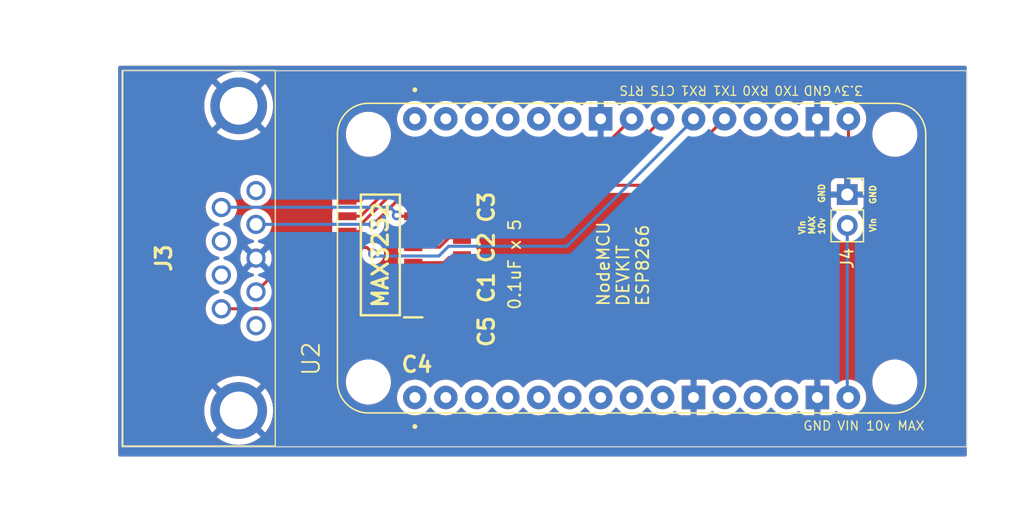
<source format=kicad_pcb>
(kicad_pcb (version 20221018) (generator pcbnew)
  (layers (0 "F.Cu" signal) (31 "B.Cu" signal) (34 "B.Paste" user) (35 "F.Paste" user) (36 "B.SilkS" user "B.Silkscreen") (37 "F.SilkS" user "F.Silkscreen") (38 "B.Mask" user) (39 "F.Mask" user) (44 "Edge.Cuts" user))
  (net 0 "")
  (net 1 "Net-(IC2-C1+)")
  (net 2 "Net-(IC2-C1-)")
  (net 3 "Net-(IC2-C2-)")
  (net 4 "Net-(IC2-V-)")
  (net 5 "GND2")
  (net 6 "+3.3V")
  (net 7 "Net-(IC2-V+)")
  (net 8 "Net-(IC2-T2OUT)")
  (net 9 "Net-(IC2-R2IN)")
  (net 10 "Net-(IC2-T1IN)")
  (net 11 "Net-(IC2-R1OUT)")
  (net 12 "Net-(IC2-R1IN)")
  (net 13 "Net-(IC2-T1OUT)")
  (net 18 "Net-(J4-Pin_1)")
  (net 39 "Net-(IC2-C2+)")
  (net 40 "Net-(IC2-R2OUT)")
  (net 41 "Net-(IC2-T2IN)")
  (footprint "NodeMCU:NodeMCU_ESP8266_SEEED_113990105" (layer "F.Cu") (at 108.8 78.805 90)
    (fp_text reference "U2" (at -8.255 -26.289 90) (layer "F.SilkS") (effects (font (size 1.4 1.4))))
    (fp_text value "NodeMCU_1.0_(ESP-12E)")
    (fp_line (start -12.7 21.59) (end -12.7 -21.59) (stroke (width 0.127)) (layer "F.SilkS"))
    (fp_line (start -10.16 -24.13) (end 10.16 -24.13) (stroke (width 0.127)) (layer "F.SilkS"))
    (fp_line (start 10.16 24.13) (end -10.16 24.13) (stroke (width 0.127)) (layer "F.SilkS"))
    (fp_line (start 12.7 -21.59) (end 12.7 21.59) (stroke (width 0.127)) (layer "F.SilkS"))
    (fp_arc (start -12.7 -21.59) (mid -11.956051 -23.386051) (end -10.16 -24.13) (stroke (width 0.127)) (layer "F.SilkS"))
    (fp_arc (start -10.16 24.13) (mid -11.956051 23.386051) (end -12.7 21.59) (stroke (width 0.127)) (layer "F.SilkS"))
    (fp_arc (start 10.16 -24.13) (mid 11.956051 -23.386051) (end 12.7 -21.59) (stroke (width 0.127)) (layer "F.SilkS"))
    (fp_arc (start 12.7 21.59) (mid 11.956051 23.386051) (end 10.16 24.13) (stroke (width 0.127)) (layer "F.SilkS"))
    (fp_circle (center -13.81 -17.78) (end -13.71 -17.78) (stroke (width 0.2)) (fill none) (layer "F.SilkS"))
    (fp_circle (center 13.81 -17.78) (end 13.91 -17.78) (stroke (width 0.2)) (fill none) (layer "F.SilkS"))
    (pad "" np_thru_hole circle (at -10.16 -21.59 90) (size 3.2 3.2) (drill 3.2) (layers "*.Cu" "*.Mask"))
    (pad "" np_thru_hole circle (at -10.16 21.59 90) (size 3.2 3.2) (drill 3.2) (layers "*.Cu" "*.Mask"))
    (pad "" np_thru_hole circle (at 10.16 -21.59 90) (size 3.2 3.2) (drill 3.2) (layers "*.Cu" "*.Mask"))
    (pad "" np_thru_hole circle (at 10.16 21.59 90) (size 3.2 3.2) (drill 3.2) (layers "*.Cu" "*.Mask"))
    (pad "1" thru_hole circle (at -11.43 -17.78 90) (size 1.93 1.93) (drill 0.889) (layers "*.Cu" "*.Mask"))
    (pad "2" thru_hole circle (at -11.43 -15.24 90) (size 1.93 1.93) (drill 0.889) (layers "*.Cu" "*.Mask"))
    (pad "3" thru_hole circle (at -11.43 -12.7 90) (size 1.93 1.93) (drill 0.889) (layers "*.Cu" "*.Mask"))
    (pad "4" thru_hole circle (at -11.43 -10.16 90) (size 1.93 1.93) (drill 0.889) (layers "*.Cu" "*.Mask"))
    (pad "5" thru_hole circle (at -11.43 -7.62 90) (size 1.93 1.93) (drill 0.889) (layers "*.Cu" "*.Mask"))
    (pad "6" thru_hole circle (at -11.43 -5.08 90) (size 1.93 1.93) (drill 0.889) (layers "*.Cu" "*.Mask"))
    (pad "7" thru_hole circle (at -11.43 -2.54 90) (size 1.93 1.93) (drill 0.889) (layers "*.Cu" "*.Mask"))
    (pad "8" thru_hole circle (at -11.43 0 90) (size 1.93 1.93) (drill 0.889) (layers "*.Cu" "*.Mask"))
    (pad "9" thru_hole circle (at -11.43 2.54 90) (size 1.93 1.93) (drill 0.889) (layers "*.Cu" "*.Mask"))
    (pad "10" thru_hole rect (at -11.43 5.08 90) (size 1.93 1.93) (drill 0.889) (layers "*.Cu" "*.Mask") (net 5 "GND2"))
    (pad "11" thru_hole circle (at -11.43 7.62 90) (size 1.93 1.93) (drill 0.889) (layers "*.Cu" "*.Mask"))
    (pad "12" thru_hole circle (at -11.43 10.16 90) (size 1.93 1.93) (drill 0.889) (layers "*.Cu" "*.Mask"))
    (pad "13" thru_hole circle (at -11.43 12.7 90) (size 1.93 1.93) (drill 0.889) (layers "*.Cu" "*.Mask"))
    (pad "14" thru_hole rect (at -11.43 15.24 90) (size 1.93 1.93) (drill 0.889) (layers "*.Cu" "*.Mask") (net 5 "GND2"))
    (pad "15" thru_hole circle (at -11.43 17.78 90) (size 1.93 1.93) (drill 0.889) (layers "*.Cu" "*.Mask") (net 18 "Net-(J4-Pin_1)"))
    (pad "16" thru_hole circle (at 11.43 17.78 90) (size 1.93 1.93) (drill 0.889) (layers "*.Cu" "*.Mask") (net 6 "+3.3V"))
    (pad "17" thru_hole rect (at 11.43 15.24 90) (size 1.93 1.93) (drill 0.889) (layers "*.Cu" "*.Mask") (net 5 "GND2"))
    (pad "18" thru_hole circle (at 11.43 12.7 90) (size 1.93 1.93) (drill 0.889) (layers "*.Cu" "*.Mask"))
    (pad "19" thru_hole circle (at 11.43 10.16 90) (size 1.93 1.93) (drill 0.889) (layers "*.Cu" "*.Mask"))
    (pad "20" thru_hole circle (at 11.43 7.62 90) (size 1.93 1.93) (drill 0.889) (layers "*.Cu" "*.Mask") (net 10 "Net-(IC2-T1IN)"))
    (pad "21" thru_hole circle (at 11.43 5.08 90) (size 1.93 1.93) (drill 0.889) (layers "*.Cu" "*.Mask") (net 11 "Net-(IC2-R1OUT)"))
    (pad "22" thru_hole circle (at 11.43 2.54 90) (size 1.93 1.93) (drill 0.889) (layers "*.Cu" "*.Mask") (net 41 "Net-(IC2-T2IN)"))
    (pad "23" thru_hole circle (at 11.43 0 90) (size 1.93 1.93) (drill 0.889) (layers "*.Cu" "*.Mask") (net 40 "Net-(IC2-R2OUT)"))
    (pad "24" thru_hole rect (at 11.43 -2.54 90) (size 1.93 1.93) (drill 0.889) (layers "*.Cu" "*.Mask") (net 5 "GND2"))
    (pad "25" thru_hole circle (at 11.43 -5.08 90) (size 1.93 1.93) (drill 0.889) (layers "*.Cu" "*.Mask"))
    (pad "26" thru_hole circle (at 11.43 -7.62 90) (size 1.93 1.93) (drill 0.889) (layers "*.Cu" "*.Mask"))
    (pad "27" thru_hole circle (at 11.43 -10.16 90) (size 1.93 1.93) (drill 0.889) (layers "*.Cu" "*.Mask"))
    (pad "28" thru_hole circle (at 11.43 -12.7 90) (size 1.93 1.93) (drill 0.889) (layers "*.Cu" "*.Mask"))
    (pad "29" thru_hole circle (at 11.43 -15.24 90) (size 1.93 1.93) (drill 0.889) (layers "*.Cu" "*.Mask"))
    (pad "30" thru_hole circle (at 11.43 -17.78 90) (size 1.93 1.93) (drill 0.889) (layers "*.Cu" "*.Mask"))
  )
  (footprint "SamacSys_Parts:CAPC2012X94N" (layer "F.Cu") (at 91.18 85.53 180)
    (fp_text reference "C4" (at -0.01 -2) (layer "F.SilkS") (effects (font (size 1.27 1.27) (thickness 0.254))))
    (fp_text value "C" hide)
    (pad "1" smd rect (at -0.81 0 180) (size 1.02 1.47) (layers "F.Cu" "F.Paste" "F.Mask") (net 6 "+3.3V"))
    (pad "2" smd rect (at 0.81 0 180) (size 1.02 1.47) (layers "F.Cu" "F.Paste" "F.Mask") (net 7 "Net-(IC2-V+)"))
  )
  (footprint "SamacSys_Parts:CAPC2012X94N" (layer "F.Cu") (at 94.95 81.29 90)
    (fp_text reference "C1" (at 0.06 1.94 90) (layer "F.SilkS") (effects (font (size 1.27 1.27) (thickness 0.254))))
    (fp_text value "C" hide)
    (pad "1" smd rect (at -0.81 0 90) (size 1.02 1.47) (layers "F.Cu" "F.Paste" "F.Mask") (net 1 "Net-(IC2-C1+)"))
    (pad "2" smd rect (at 0.81 0 90) (size 1.02 1.47) (layers "F.Cu" "F.Paste" "F.Mask") (net 2 "Net-(IC2-C1-)"))
  )
  (footprint "SamacSys_Parts:CAPC2012X94N" (layer "F.Cu") (at 94.89 84.74 -90)
    (fp_text reference "C5" (at 0.09 -2 90) (layer "F.SilkS") (effects (font (size 1.27 1.27) (thickness 0.254))))
    (fp_text value "C" hide)
    (pad "1" smd rect (at -0.81 0 270) (size 1.02 1.47) (layers "F.Cu" "F.Paste" "F.Mask") (net 5 "GND2"))
    (pad "2" smd rect (at 0.81 0 270) (size 1.02 1.47) (layers "F.Cu" "F.Paste" "F.Mask") (net 6 "+3.3V"))
  )
  (footprint "Connector_PinSocket_2.54mm:PinSocket_1x02_P2.54mm_Vertical" (layer "F.Cu") (at 126.49 73.59)
    (fp_text reference "J4" (at 0 5.24 90) (layer "F.SilkS"))
    (fp_text value "Conn_01x02_Pin")
    (fp_line (start -1.33 1.27) (end -1.33 3.87) (stroke (width 0.12)) (layer "F.SilkS"))
    (fp_line (start -1.33 1.27) (end 1.33 1.27) (stroke (width 0.12)) (layer "F.SilkS"))
    (fp_line (start -1.33 3.87) (end 1.33 3.87) (stroke (width 0.12)) (layer "F.SilkS"))
    (fp_line (start 0 -1.33) (end 1.33 -1.33) (stroke (width 0.12)) (layer "F.SilkS"))
    (fp_line (start 1.33 -1.33) (end 1.33 0) (stroke (width 0.12)) (layer "F.SilkS"))
    (fp_line (start 1.33 1.27) (end 1.33 3.87) (stroke (width 0.12)) (layer "F.SilkS"))
    (pad "1" thru_hole oval (at 0 2.54) (size 1.7 1.7) (drill 1) (layers "*.Cu" "*.Mask") (net 18 "Net-(J4-Pin_1)"))
    (pad "2" thru_hole rect (at 0 0) (size 1.7 1.7) (drill 1) (layers "*.Cu" "*.Mask") (net 5 "GND2"))
  )
  (footprint "SamacSys_Parts:CAPC2012X94N" (layer "F.Cu") (at 94.89 77.94 90)
    (fp_text reference "C2" (at 0 2 90) (layer "F.SilkS") (effects (font (size 1.27 1.27) (thickness 0.254))))
    (fp_text value "C" hide)
    (pad "1" smd rect (at -0.81 0 90) (size 1.02 1.47) (layers "F.Cu" "F.Paste" "F.Mask") (net 39 "Net-(IC2-C2+)"))
    (pad "2" smd rect (at 0.81 0 90) (size 1.02 1.47) (layers "F.Cu" "F.Paste" "F.Mask") (net 3 "Net-(IC2-C2-)"))
  )
  (footprint "SamacSys_Parts:CAPC2012X94N" (layer "F.Cu") (at 94.99 74.54 90)
    (fp_text reference "C3" (at -0.09 1.9 90) (layer "F.SilkS") (effects (font (size 1.27 1.27) (thickness 0.254))))
    (fp_text value "C" hide)
    (pad "1" smd rect (at -0.81 0 90) (size 1.02 1.47) (layers "F.Cu" "F.Paste" "F.Mask") (net 4 "Net-(IC2-V-)"))
    (pad "2" smd rect (at 0.81 0 90) (size 1.02 1.47) (layers "F.Cu" "F.Paste" "F.Mask") (net 5 "GND2"))
  )
  (footprint "SamacSys_Parts:L77SDE09SA4CH4F" (layer "F.Cu") (at 77.99 84.345 -90)
    (fp_text reference "J3" (at -5.54 7.57 90) (layer "F.SilkS") (effects (font (size 1.27 1.27) (thickness 0.254))))
    (fp_text value "DE9_Receptacle_MountingHoles" hide)
    (fp_line (start -20.945 -1.58) (end 9.865 -1.58) (stroke (width 0.1)) (layer "F.SilkS"))
    (fp_line (start -20.945 10.92) (end -20.945 -1.58) (stroke (width 0.1)) (layer "F.SilkS"))
    (fp_line (start 9.865 -1.58) (end 9.865 10.92) (stroke (width 0.1)) (layer "F.SilkS"))
    (fp_line (start 9.865 10.92) (end -20.945 10.92) (stroke (width 0.1)) (layer "F.SilkS"))
    (pad "1" thru_hole circle (at 0 0 270) (size 1.575 1.575) (drill 1.05) (layers "*.Cu" "*.Mask"))
    (pad "2" thru_hole circle (at -1.385 2.84 270) (size 1.575 1.575) (drill 1.05) (layers "*.Cu" "*.Mask") (net 13 "Net-(IC2-T1OUT)"))
    (pad "3" thru_hole circle (at -2.77 0 270) (size 1.575 1.575) (drill 1.05) (layers "*.Cu" "*.Mask") (net 12 "Net-(IC2-R1IN)"))
    (pad "4" thru_hole circle (at -4.155 2.84 270) (size 1.575 1.575) (drill 1.05) (layers "*.Cu" "*.Mask"))
    (pad "5" thru_hole circle (at -5.54 0 270) (size 1.575 1.575) (drill 1.05) (layers "*.Cu" "*.Mask") (net 5 "GND2"))
    (pad "6" thru_hole circle (at -6.925 2.84 270) (size 1.575 1.575) (drill 1.05) (layers "*.Cu" "*.Mask"))
    (pad "7" thru_hole circle (at -8.31 0 270) (size 1.575 1.575) (drill 1.05) (layers "*.Cu" "*.Mask") (net 9 "Net-(IC2-R2IN)"))
    (pad "8" thru_hole circle (at -9.695 2.84 270) (size 1.575 1.575) (drill 1.05) (layers "*.Cu" "*.Mask") (net 8 "Net-(IC2-T2OUT)"))
    (pad "9" thru_hole circle (at -11.08 0 270) (size 1.575 1.575) (drill 1.05) (layers "*.Cu" "*.Mask"))
    (pad "MH1" thru_hole circle (at 6.955 1.42 270) (size 4.65 4.65) (drill 3.1) (layers "*.Cu" "*.Mask") (net 5 "GND2"))
    (pad "MH2" thru_hole circle (at -18.035 1.42 270) (size 4.65 4.65) (drill 3.1) (layers "*.Cu" "*.Mask") (net 5 "GND2"))
  )
  (footprint "SP3232EEN:SOIC127P600X175-16N" (layer "F.Cu") (at 88.19 78.5409 180)
    (fp_text reference "MAX3232" (at 0 0 90) (layer "F.SilkS") (effects (font (size 1.27 1.27) (thickness 0.254))))
    (fp_text value "SP3232EEN-L_TR" hide)
    (fp_line (start -3.45 -5.12) (end -1.95 -5.12) (stroke (width 0.2)) (layer "F.SilkS"))
    (fp_line (start -1.6 -4.95) (end 1.6 -4.95) (stroke (width 0.2)) (layer "F.SilkS"))
    (fp_line (start -1.6 4.95) (end -1.6 -4.95) (stroke (width 0.2)) (layer "F.SilkS"))
    (fp_line (start 1.6 -4.95) (end 1.6 4.95) (stroke (width 0.2)) (layer "F.SilkS"))
    (fp_line (start 1.6 4.95) (end -1.6 4.95) (stroke (width 0.2)) (layer "F.SilkS"))
    (pad "1" smd rect (at -2.7 -4.445 270) (size 0.65 1.5) (layers "F.Cu" "F.Paste" "F.Mask") (net 1 "Net-(IC2-C1+)"))
    (pad "2" smd rect (at -2.7 -3.175 270) (size 0.65 1.5) (layers "F.Cu" "F.Paste" "F.Mask") (net 7 "Net-(IC2-V+)"))
    (pad "3" smd rect (at -2.7 -1.905 270) (size 0.65 1.5) (layers "F.Cu" "F.Paste" "F.Mask") (net 2 "Net-(IC2-C1-)"))
    (pad "4" smd rect (at -2.7 -0.635 270) (size 0.65 1.5) (layers "F.Cu" "F.Paste" "F.Mask") (net 39 "Net-(IC2-C2+)"))
    (pad "5" smd rect (at -2.7 0.635 270) (size 0.65 1.5) (layers "F.Cu" "F.Paste" "F.Mask") (net 3 "Net-(IC2-C2-)"))
    (pad "6" smd rect (at -2.7 1.905 270) (size 0.65 1.5) (layers "F.Cu" "F.Paste" "F.Mask") (net 4 "Net-(IC2-V-)"))
    (pad "7" smd rect (at -2.7 3.175 270) (size 0.65 1.5) (layers "F.Cu" "F.Paste" "F.Mask") (net 8 "Net-(IC2-T2OUT)"))
    (pad "8" smd rect (at -2.7 4.445 270) (size 0.65 1.5) (layers "F.Cu" "F.Paste" "F.Mask") (net 9 "Net-(IC2-R2IN)"))
    (pad "9" smd rect (at 2.7 4.445 270) (size 0.65 1.5) (layers "F.Cu" "F.Paste" "F.Mask") (net 40 "Net-(IC2-R2OUT)"))
    (pad "10" smd rect (at 2.7 3.175 270) (size 0.65 1.5) (layers "F.Cu" "F.Paste" "F.Mask") (net 41 "Net-(IC2-T2IN)"))
    (pad "11" smd rect (at 2.7 1.905 270) (size 0.65 1.5) (layers "F.Cu" "F.Paste" "F.Mask") (net 10 "Net-(IC2-T1IN)"))
    (pad "12" smd rect (at 2.7 0.635 270) (size 0.65 1.5) (layers "F.Cu" "F.Paste" "F.Mask") (net 11 "Net-(IC2-R1OUT)"))
    (pad "13" smd rect (at 2.7 -0.635 270) (size 0.65 1.5) (layers "F.Cu" "F.Paste" "F.Mask") (net 12 "Net-(IC2-R1IN)"))
    (pad "14" smd rect (at 2.7 -1.905 270) (size 0.65 1.5) (layers "F.Cu" "F.Paste" "F.Mask") (net 13 "Net-(IC2-T1OUT)"))
    (pad "15" smd rect (at 2.7 -3.175 270) (size 0.65 1.5) (layers "F.Cu" "F.Paste" "F.Mask") (net 5 "GND2"))
    (pad "16" smd rect (at 2.7 -4.445 270) (size 0.65 1.5) (layers "F.Cu" "F.Paste" "F.Mask") (net 6 "+3.3V"))
  )
  (gr_rect (start 66.99 94.28) (end 136.29 63.43) (stroke (width 0.1)) (fill none) (layer "Edge.Cuts"))
  (gr_text "GND" (at 122.822143 93) (layer "F.SilkS") (effects (font (size 0.75 0.75) (thickness 0.1) bold) (justify left bottom)))
  (gr_text "RTS" (at 109.892857 64.6 180) (layer "F.SilkS") (effects (font (size 0.75 0.75) (thickness 0.1) bold) (justify left bottom)))
  (gr_text "TX1" (at 117.495 64.6 180) (layer "F.SilkS") (effects (font (size 0.75 0.75) (thickness 0.1) bold) (justify left bottom)))
  (gr_text "RX0" (at 120.124286 64.6 180) (layer "F.SilkS") (effects (font (size 0.75 0.75) (thickness 0.1) bold) (justify left bottom)))
  (gr_text "GND" (at 128.89 74.43 90) (layer "F.SilkS") (effects (font (size 0.5 0.5) (thickness 0.125) bold) (justify left bottom)))
  (gr_text "VIN 10v MAX" (at 125.612143 93) (layer "F.SilkS") (effects (font (size 0.75 0.75) (thickness 0.1) bold) (justify left bottom)))
  (gr_text "0.1uF x 5" (at 99.79 83.13 90) (layer "F.SilkS") (effects (font (size 1 1)) (justify left bottom)))
  (gr_text "NodeMCU\nDEVKIT\nESP8266" (at 110.29 82.83 90) (layer "F.SilkS") (effects (font (size 1 1)) (justify left bottom)))
  (gr_text "3.3v" (at 127.833572 64.6 180) (layer "F.SilkS") (effects (font (size 0.75 0.75) (thickness 0.1) bold) (justify left bottom)))
  (gr_text "TX0" (at 122.575 64.6 180) (layer "F.SilkS") (effects (font (size 0.75 0.75) (thickness 0.1) bold) (justify left bottom)))
  (gr_text "Vin" (at 128.89 76.73 90) (layer "F.SilkS") (effects (font (size 0.5 0.5) (thickness 0.125) bold) (justify left bottom)))
  (gr_text "RX1" (at 115.044286 64.6 180) (layer "F.SilkS") (effects (font (size 0.75 0.75) (thickness 0.1) bold) (justify left bottom)))
  (gr_text "CTS" (at 112.432857 64.6 180) (layer "F.SilkS") (effects (font (size 0.75 0.75) (thickness 0.1) bold) (justify left bottom)))
  (gr_text "GND" (at 125.257857 64.6 180) (layer "F.SilkS") (effects (font (size 0.75 0.75) (thickness 0.1) bold) (justify left bottom)))
  (gr_text "Vin\nMAX\n10v" (at 124.69 76.93 90) (layer "F.SilkS") (effects (font (size 0.5 0.5) (thickness 0.125) bold) (justify left bottom)))
  (gr_text "GND" (at 124.69 74.33 90) (layer "F.SilkS") (effects (font (size 0.5 0.5) (thickness 0.125) bold) (justify left bottom)))
  (segment (start 94.95 82.1) (end 93.42 82.1) (width 0.25) (layer "F.Cu") (net 1))
  (segment (start 93.42 82.1) (end 92.5341 82.9859) (width 0.25) (layer "F.Cu") (net 1))
  (segment (start 92.5341 82.9859) (end 90.89 82.9859) (width 0.25) (layer "F.Cu") (net 1))
  (segment (start 94.95 80.48) (end 93.8881 80.48) (width 0.25) (layer "F.Cu") (net 2))
  (segment (start 93.854 80.4459) (end 93.8881 80.48) (width 0.25) (layer "F.Cu") (net 2))
  (segment (start 90.89 80.4459) (end 93.854 80.4459) (width 0.25) (layer "F.Cu") (net 2))
  (segment (start 94.89 77.13) (end 93.8281 77.13) (width 0.25) (layer "F.Cu") (net 3))
  (segment (start 90.89 77.9059) (end 93.0522 77.9059) (width 0.25) (layer "F.Cu") (net 3))
  (segment (start 93.0522 77.9059) (end 93.8281 77.13) (width 0.25) (layer "F.Cu") (net 3))
  (segment (start 93.2528 75.35) (end 94.99 75.35) (width 0.25) (layer "F.Cu") (net 4))
  (segment (start 91.9669 76.6359) (end 93.2528 75.35) (width 0.25) (layer "F.Cu") (net 4))
  (segment (start 90.89 76.6359) (end 91.9669 76.6359) (width 0.25) (layer "F.Cu") (net 4))
  (segment (start 87.89 84.8794) (end 87.89 82.9859) (width 0.25) (layer "F.Cu") (net 6))
  (segment (start 91.99 85.55) (end 91.99 86.6919) (width 0.25) (layer "F.Cu") (net 6))
  (segment (start 87.89 82.9859) (end 85.49 82.9859) (width 0.25) (layer "F.Cu") (net 6))
  (segment (start 94.89 85.55) (end 91.99 85.55) (width 0.25) (layer "F.Cu") (net 6))
  (segment (start 126.59 70.33) (end 126.59 67.385) (width 0.25) (layer "F.Cu") (net 6))
  (segment (start 108.405 85.55) (end 94.89 85.55) (width 0.25) (layer "F.Cu") (net 6))
  (segment (start 91.99 86.6919) (end 89.7025 86.6919) (width 0.25) (layer "F.Cu") (net 6))
  (segment (start 123.625 70.33) (end 108.405 85.55) (width 0.25) (layer "F.Cu") (net 6))
  (segment (start 89.7025 86.6919) (end 87.89 84.8794) (width 0.25) (layer "F.Cu") (net 6))
  (segment (start 126.59 67.385) (end 126.58 67.375) (width 0.25) (layer "F.Cu") (net 6))
  (segment (start 126.59 70.33) (end 123.625 70.33) (width 0.25) (layer "F.Cu") (net 6))
  (segment (start 89.8131 84.0112) (end 89.8131 81.7159) (width 0.25) (layer "F.Cu") (net 7))
  (segment (start 90.37 85.63) (end 90.37 84.5681) (width 0.25) (layer "F.Cu") (net 7))
  (segment (start 90.89 81.7159) (end 89.8131 81.7159) (width 0.25) (layer "F.Cu") (net 7))
  (segment (start 90.37 84.5681) (end 89.8131 84.0112) (width 0.25) (layer "F.Cu") (net 7))
  (segment (start 89.7429 75.2957) (end 89.5343 75.2957) (width 0.25) (layer "F.Cu") (net 8))
  (segment (start 89.8131 75.3659) (end 89.7429 75.2957) (width 0.25) (layer "F.Cu") (net 8))
  (segment (start 90.89 75.3659) (end 89.8131 75.3659) (width 0.25) (layer "F.Cu") (net 8))
  (via (at 89.5343 75.2957) (size 0.8) (drill 0.4) (layers "F.Cu" "B.Cu") (net 8))
  (segment (start 88.9806 74.63) (end 75.17 74.63) (width 0.25) (layer "B.Cu") (net 8))
  (segment (start 75.17 74.63) (end 75.15 74.65) (width 0.25) (layer "B.Cu") (net 8))
  (segment (start 89.5343 75.2957) (end 89.5343 75.1837) (width 0.25) (layer "B.Cu") (net 8))
  (segment (start 89.5343 75.1837) (end 88.9806 74.63) (width 0.25) (layer "B.Cu") (net 8))
  (segment (start 87.621 76.035) (end 89.5601 74.0959) (width 0.25) (layer "F.Cu") (net 9))
  (segment (start 89.5601 74.0959) (end 90.89 74.0959) (width 0.25) (layer "F.Cu") (net 9))
  (via (at 87.621 76.035) (size 0.8) (drill 0.4) (layers "F.Cu" "B.Cu") (net 9))
  (segment (start 87.621 76.035) (end 77.99 76.035) (width 0.25) (layer "B.Cu") (net 9))
  (segment (start 86.5669 76.0611) (end 86.5669 76.6359) (width 0.25) (layer "F.Cu") (net 10))
  (segment (start 85.49 76.6359) (end 86.5669 76.6359) (width 0.25) (layer "F.Cu") (net 10))
  (segment (start 116.42 67.375) (end 110.9671 72.8279) (width 0.25) (layer "F.Cu") (net 10))
  (segment (start 89.8001 72.8279) (end 86.5669 76.0611) (width 0.25) (layer "F.Cu") (net 10))
  (segment (start 110.9671 72.8279) (end 89.8001 72.8279) (width 0.25) (layer "F.Cu") (net 10))
  (segment (start 87.09 77.93) (end 85.5141 77.93) (width 0.25) (layer "F.Cu") (net 11))
  (segment (start 85.5141 77.93) (end 85.49 77.9059) (width 0.25) (layer "F.Cu") (net 11))
  (segment (start 87.59 78.43) (end 87.09 77.93) (width 0.25) (layer "F.Cu") (net 11))
  (via (at 87.59 78.43) (size 0.8) (drill 0.4) (layers "F.Cu" "B.Cu") (net 11))
  (segment (start 93.79 77.83) (end 103.49 77.83) (width 0.25) (layer "B.Cu") (net 11))
  (segment (start 92.99 78.63) (end 93.79 77.83) (width 0.25) (layer "B.Cu") (net 11))
  (segment (start 113.88 67.44) (end 113.88 67.375) (width 0.25) (layer "B.Cu") (net 11))
  (segment (start 87.59 78.43) (end 87.79 78.63) (width 0.25) (layer "B.Cu") (net 11))
  (segment (start 87.79 78.63) (end 92.99 78.63) (width 0.25) (layer "B.Cu") (net 11))
  (segment (start 103.49 77.83) (end 113.88 67.44) (width 0.25) (layer "B.Cu") (net 11))
  (segment (start 80.3891 79.1759) (end 77.99 81.575) (width 0.25) (layer "F.Cu") (net 12))
  (segment (start 85.49 79.1759) (end 80.3891 79.1759) (width 0.25) (layer "F.Cu") (net 12))
  (segment (start 81.2411 82.96) (end 83.7552 80.4459) (width 0.25) (layer "F.Cu") (net 13))
  (segment (start 83.7552 80.4459) (end 85.49 80.4459) (width 0.25) (layer "F.Cu") (net 13))
  (segment (start 75.15 82.96) (end 81.2411 82.96) (width 0.25) (layer "F.Cu") (net 13))
  (segment (start 126.49 90.145) (end 126.58 90.235) (width 0.25) (layer "B.Cu") (net 18))
  (segment (start 126.49 76.13) (end 126.49 90.145) (width 0.25) (layer "B.Cu") (net 18))
  (segment (start 90.89 79.1759) (end 93.4022 79.1759) (width 0.25) (layer "F.Cu") (net 39))
  (segment (start 93.4022 79.1759) (end 93.8281 78.75) (width 0.25) (layer "F.Cu") (net 39))
  (segment (start 94.89 78.75) (end 93.8281 78.75) (width 0.25) (layer "F.Cu") (net 39))
  (segment (start 91.0731 69.5897) (end 106.5853 69.5897) (width 0.25) (layer "F.Cu") (net 40))
  (segment (start 86.5669 74.0959) (end 91.0731 69.5897) (width 0.25) (layer "F.Cu") (net 40))
  (segment (start 106.5853 69.5897) (end 108.8 67.375) (width 0.25) (layer "F.Cu") (net 40))
  (segment (start 85.49 74.0959) (end 86.5669 74.0959) (width 0.25) (layer "F.Cu") (net 40))
  (segment (start 108.6734 70.0416) (end 111.34 67.375) (width 0.25) (layer "F.Cu") (net 41))
  (segment (start 86.5669 75.3659) (end 91.8912 70.0416) (width 0.25) (layer "F.Cu") (net 41))
  (segment (start 91.8912 70.0416) (end 108.6734 70.0416) (width 0.25) (layer "F.Cu") (net 41))
  (segment (start 85.49 75.3659) (end 86.5669 75.3659) (width 0.25) (layer "F.Cu") (net 41))
  (zone (net 5) (net_name "GND2") (layers "F&B.Cu") (connect_pads (clearance 0.5)) (min_thickness 0.25) (fill yes (thermal_gap 0.5) (thermal_bridge_width 0.5))
    (polygon (pts (xy 58.99 97.63) (xy 58.99 59.63) (xy 138.99 59.63) (xy 138.99 97.63)))
  )
  (zone (net 5) (net_name "GND2") (layer "B.Cu") (priority 1) (connect_pads (clearance 0.5)) (min_thickness 0.25) (fill yes (thermal_gap 0.5) (thermal_bridge_width 0.5))
    (polygon (pts (xy 56.99 100.63) (xy 56.99 57.63) (xy 140.99 57.63) (xy 140.99 100.63)))
  )
)
</source>
